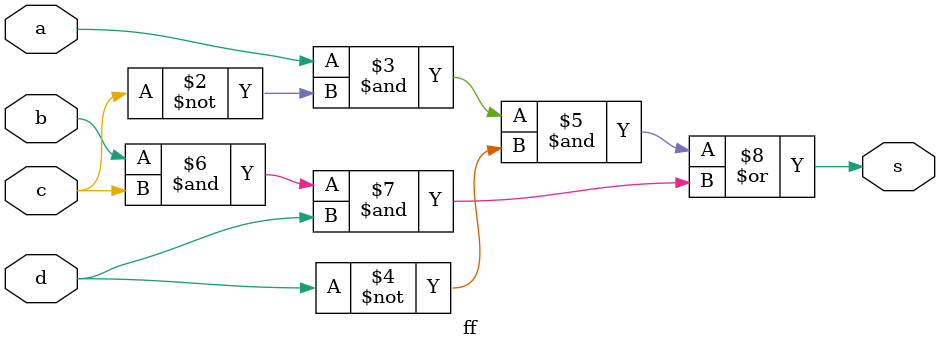
<source format=v>
/*
	Recuperacao_0201d.v
	842536 - Mateus Henrique Medeiros Diniz
*/

module Recuperacao_0201d;
	reg a, b, c, d;
	wire s;
	
	ff ff1 (a, b, c, d, s);
	
	initial begin:
	main
		integer i;
		
		$display("m a b c d | s");
		$monitor("%0h %b %b %b %b | %b", i, a, b, c, d, s);
		
		a = 0;
		b = 0;
		c = 0;
		d = 0;
		
		for(i = 0; i < 15; i++) begin
			#1;
			
			d = ~d;
			
			if((i + 1) % 2 == 0) begin
				c = ~c;
			end
			
			if((i + 1) % 4 == 0) begin
				b = ~b;
			end
			
			if((i + 1) % 8 == 0) begin
				a = ~a;
			end
		end
	end
endmodule

module ff (input a, b, c, d, output s);
	assign s = (a&~c&~d)|(b&c&d);
endmodule
</source>
